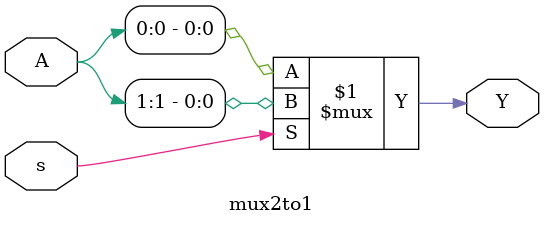
<source format=v>
module top (
    input [3:0] A,
    input [1:0] s,
    output Y
);
    wire [1:0] K;
    mux2to1 m1(.A(A[1:0]),.s(s[0]),.Y(K[0]));
    mux2to1 m2(.A(A[3:2]),.s(s[0]),.Y(K[1])); 
    mux2to1 m3(.A(K[1:0]),.s(s[1]),.Y(Y));

endmodule

module mux2to1 (
    input [1:0] A,
    input s,
    output Y
);
    assign Y = s ? (A[1]):
                   (A[0]);
endmodule

</source>
